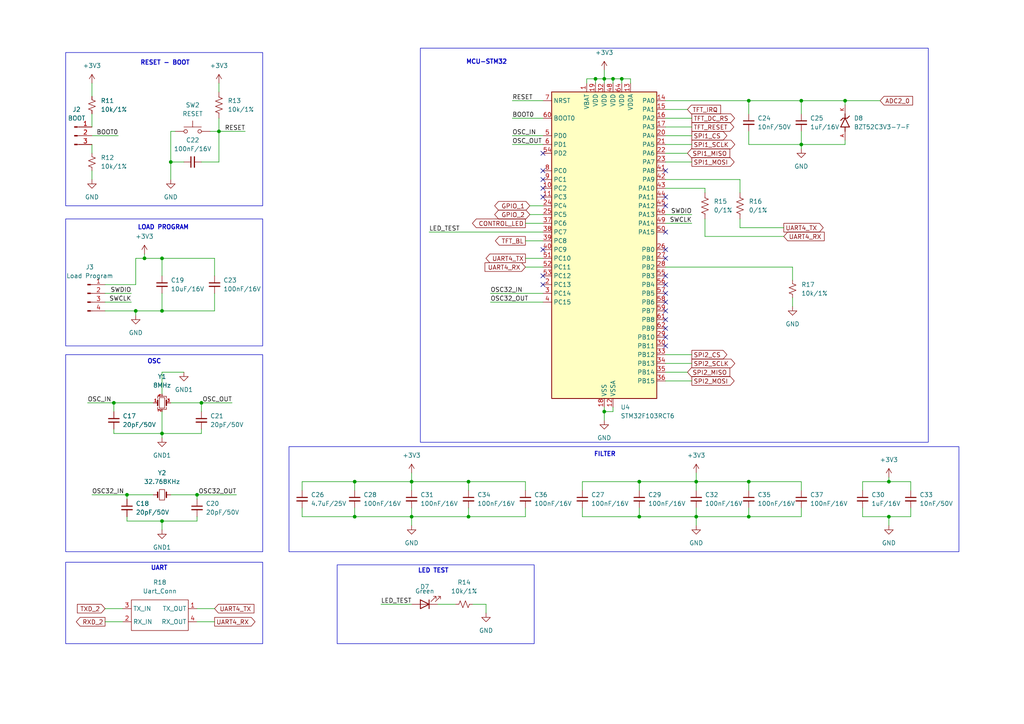
<source format=kicad_sch>
(kicad_sch (version 20231120) (generator "eeschema") (generator_version "8.0")
  (paper "A4")
  (title_block (title "STM32") (date "2024-03-08"))
  (lib_symbols
    (symbol "BZT52C3V3-7-F:BZT52C3V3-7-F" (pin_names (offset 1.016))
      (property "Reference" "D" (at -5.08 2.54 0))
      (property "Value" "BZT52C3V3-7-F" (at -5.08 -3.81 0))
      (symbol "BZT52C3V3-7-F_0_0"
        (polyline (pts (xy -2.54 0) (xy -1.27 0)) (stroke (width 0.254)))
        (polyline (pts (xy -1.27 -1.27) (xy 1.27 0)) (stroke (width 0.254)))
        (polyline (pts (xy -1.27 0) (xy -1.27 -1.27)) (stroke (width 0.254)))
        (polyline (pts (xy -1.27 1.27) (xy -1.27 0)) (stroke (width 0.254)))
        (polyline (pts (xy 0.635 1.27) (xy 1.27 0.635)) (stroke (width 0.254)))
        (polyline (pts (xy 1.27 -0.635) (xy 1.905 -1.27)) (stroke (width 0.254)))
        (polyline (pts (xy 1.27 0) (xy -1.27 1.27)) (stroke (width 0.254)))
        (polyline (pts (xy 1.27 0) (xy 1.27 -0.635)) (stroke (width 0.254)))
        (polyline (pts (xy 1.27 0.635) (xy 1.27 0)) (stroke (width 0.254)))
        (polyline (pts (xy 2.54 0) (xy 1.27 0)) (stroke (width 0.254)))
        (pin passive line (at -5.08 0 0) (length 2.54) (name "~") (number "A"))
        (pin passive line (at 5.08 0 180) (length 2.54) (name "~") (number "K"))
      )
    )
    (symbol "Connector:Conn_01x03_Pin" (pin_names (offset 1.016) hide)
      (property "Reference" "J" (at 0 5.08 0))
      (property "Value" "Conn_01x03_Pin" (at 0 -5.08 0))
      (symbol "Conn_01x03_Pin_1_1"
        (polyline (pts (xy 1.27 -2.54) (xy 0.8636 -2.54)) (stroke (width 0.1524)))
        (polyline (pts (xy 1.27 0) (xy 0.8636 0)) (stroke (width 0.1524)))
        (polyline (pts (xy 1.27 2.54) (xy 0.8636 2.54)) (stroke (width 0.1524)))
        (rectangle (start 0.8636 -2.413) (end 0 -2.667) (stroke (width 0.1524)) (fill (type outline)))
        (rectangle (start 0.8636 0.127) (end 0 -0.127) (stroke (width 0.1524)) (fill (type outline)))
        (rectangle (start 0.8636 2.667) (end 0 2.413) (stroke (width 0.1524)) (fill (type outline)))
        (pin passive line (at 5.08 2.54 180) (length 3.81) (name "Pin_1") (number "1"))
        (pin passive line (at 5.08 0 180) (length 3.81) (name "Pin_2") (number "2"))
        (pin passive line (at 5.08 -2.54 180) (length 3.81) (name "Pin_3") (number "3"))
      )
    )
    (symbol "Connector:Conn_01x04_Pin" (pin_names (offset 1.016) hide)
      (property "Reference" "J" (at 0 5.08 0))
      (property "Value" "Conn_01x04_Pin" (at 0 -7.62 0))
      (symbol "Conn_01x04_Pin_1_1"
        (polyline (pts (xy 1.27 -5.08) (xy 0.8636 -5.08)) (stroke (width 0.1524)))
        (polyline (pts (xy 1.27 -2.54) (xy 0.8636 -2.54)) (stroke (width 0.1524)))
        (polyline (pts (xy 1.27 0) (xy 0.8636 0)) (stroke (width 0.1524)))
        (polyline (pts (xy 1.27 2.54) (xy 0.8636 2.54)) (stroke (width 0.1524)))
        (rectangle (start 0.8636 -4.953) (end 0 -5.207) (stroke (width 0.1524)) (fill (type outline)))
        (rectangle (start 0.8636 -2.413) (end 0 -2.667) (stroke (width 0.1524)) (fill (type outline)))
        (rectangle (start 0.8636 0.127) (end 0 -0.127) (stroke (width 0.1524)) (fill (type outline)))
        (rectangle (start 0.8636 2.667) (end 0 2.413) (stroke (width 0.1524)) (fill (type outline)))
        (pin passive line (at 5.08 2.54 180) (length 3.81) (name "Pin_1") (number "1"))
        (pin passive line (at 5.08 0 180) (length 3.81) (name "Pin_2") (number "2"))
        (pin passive line (at 5.08 -2.54 180) (length 3.81) (name "Pin_3") (number "3"))
        (pin passive line (at 5.08 -5.08 180) (length 3.81) (name "Pin_4") (number "4"))
      )
    )
    (symbol "Device:C_Small" (pin_numbers hide) (pin_names (offset 0.254) hide)
      (property "Reference" "C" (at 0.254 1.778 0))
      (property "Value" "C_Small" (at 0.254 -2.032 0))
      (symbol "C_Small_0_1"
        (polyline (pts (xy -1.524 -0.508) (xy 1.524 -0.508)) (stroke (width 0.3302)))
        (polyline (pts (xy -1.524 0.508) (xy 1.524 0.508)) (stroke (width 0.3048)))
      )
      (symbol "C_Small_1_1"
        (pin passive line (at 0 2.54 270) (length 2.032) (name "~") (number "1"))
        (pin passive line (at 0 -2.54 90) (length 2.032) (name "~") (number "2"))
      )
    )
    (symbol "Device:Crystal_GND24_Small" (pin_names (offset 1.016) hide)
      (property "Reference" "Y" (at 1.27 4.445 0))
      (property "Value" "Crystal_GND24_Small" (at 1.27 2.54 0))
      (symbol "Crystal_GND24_Small_0_1"
        (rectangle (start -0.762 -1.524) (end 0.762 1.524))
        (polyline (pts (xy -1.27 -0.762) (xy -1.27 0.762)) (stroke (width 0.381)))
        (polyline (pts (xy 1.27 -0.762) (xy 1.27 0.762)) (stroke (width 0.381)))
        (polyline (pts (xy -1.27 -1.27) (xy -1.27 -1.905) (xy 1.27 -1.905) (xy 1.27 -1.27)))
        (polyline (pts (xy -1.27 1.27) (xy -1.27 1.905) (xy 1.27 1.905) (xy 1.27 1.27)))
      )
      (symbol "Crystal_GND24_Small_1_1"
        (pin passive line (at -2.54 0 0) (length 1.27) (name "1") (number "1"))
        (pin passive line (at 0 -2.54 90) (length 0.635) (name "2") (number "2"))
        (pin passive line (at 2.54 0 180) (length 1.27) (name "3") (number "3"))
        (pin passive line (at 0 2.54 270) (length 0.635) (name "4") (number "4"))
      )
    )
    (symbol "Device:Crystal_Small" (pin_numbers hide) (pin_names (offset 1.016) hide)
      (property "Reference" "Y" (at 0 2.54 0))
      (property "Value" "Crystal_Small" (at 0 -2.54 0))
      (symbol "Crystal_Small_0_1"
        (rectangle (start -0.762 -1.524) (end 0.762 1.524))
        (polyline (pts (xy -1.27 -0.762) (xy -1.27 0.762)) (stroke (width 0.381)))
        (polyline (pts (xy 1.27 -0.762) (xy 1.27 0.762)) (stroke (width 0.381)))
      )
      (symbol "Crystal_Small_1_1"
        (pin passive line (at -2.54 0 0) (length 1.27) (name "1") (number "1"))
        (pin passive line (at 2.54 0 180) (length 1.27) (name "2") (number "2"))
      )
    )
    (symbol "Device:LED" (pin_numbers hide) (pin_names (offset 1.016) hide)
      (property "Reference" "D" (at 0 2.54 0))
      (property "Value" "LED" (at 0 -2.54 0))
      (symbol "LED_0_1"
        (polyline (pts (xy -1.27 -1.27) (xy -1.27 1.27)) (stroke (width 0.254)))
        (polyline (pts (xy -1.27 0) (xy 1.27 0)))
        (polyline (pts (xy 1.27 -1.27) (xy 1.27 1.27) (xy -1.27 0) (xy 1.27 -1.27)) (stroke (width 0.254)))
        (polyline (pts (xy -3.048 -0.762) (xy -4.572 -2.286) (xy -3.81 -2.286) (xy -4.572 -2.286) (xy -4.572 -1.524)))
        (polyline (pts (xy -1.778 -0.762) (xy -3.302 -2.286) (xy -2.54 -2.286) (xy -3.302 -2.286) (xy -3.302 -1.524)))
      )
      (symbol "LED_1_1"
        (pin passive line (at -3.81 0 0) (length 2.54) (name "K") (number "1"))
        (pin passive line (at 3.81 0 180) (length 2.54) (name "A") (number "2"))
      )
    )
    (symbol "Device:R_Small_US" (pin_numbers hide) (pin_names (offset 0.254) hide)
      (property "Reference" "R" (at 0.762 0.508 0))
      (property "Value" "R_Small_US" (at 0.762 -1.016 0))
      (symbol "R_Small_US_1_1"
        (polyline (pts (xy 0 0) (xy 1.016 -0.381) (xy 0 -0.762) (xy -1.016 -1.143) (xy 0 -1.524)))
        (polyline (pts (xy 0 1.524) (xy 1.016 1.143) (xy 0 0.762) (xy -1.016 0.381) (xy 0 0)))
        (pin passive line (at 0 2.54 270) (length 1.016) (name "~") (number "1"))
        (pin passive line (at 0 -2.54 90) (length 1.016) (name "~") (number "2"))
      )
    )
    (symbol "Device:R_US" (pin_numbers hide) (pin_names (offset 0))
      (property "Reference" "R" (at 2.54 0 90))
      (property "Value" "R_US" (at -2.54 0 90))
      (symbol "R_US_0_1"
        (polyline (pts (xy 0 -2.286) (xy 0 -2.54)))
        (polyline (pts (xy 0 2.286) (xy 0 2.54)))
        (polyline (pts (xy 0 -0.762) (xy 1.016 -1.143) (xy 0 -1.524) (xy -1.016 -1.905) (xy 0 -2.286)))
        (polyline (pts (xy 0 0.762) (xy 1.016 0.381) (xy 0 0) (xy -1.016 -0.381) (xy 0 -0.762)))
        (polyline (pts (xy 0 2.286) (xy 1.016 1.905) (xy 0 1.524) (xy -1.016 1.143) (xy 0 0.762)))
      )
      (symbol "R_US_1_1"
        (pin passive line (at 0 3.81 270) (length 1.27) (name "~") (number "1"))
        (pin passive line (at 0 -3.81 90) (length 1.27) (name "~") (number "2"))
      )
    )
    (symbol "MCU_ST_STM32F1:STM32F103RCTx"
      (property "Reference" "U" (at -15.24 46.99 0))
      (property "Value" "STM32F103RCTx" (at 10.16 46.99 0))
      (symbol "STM32F103RCTx_0_1"
        (rectangle (start -15.24 -43.18) (end 15.24 45.72) (stroke (width 0.254)) (fill (type background)))
      )
      (symbol "STM32F103RCTx_1_1"
        (pin power_in line (at -5.08 48.26 270) (length 2.54) (name "VBAT") (number "1"))
        (pin bidirectional line (at -17.78 17.78 0) (length 2.54) (name "PC2") (number "10"))
        (pin bidirectional line (at -17.78 15.24 0) (length 2.54) (name "PC3") (number "11"))
        (pin power_in line (at 2.54 -45.72 90) (length 2.54) (name "VSSA") (number "12"))
        (pin power_in line (at 7.62 48.26 270) (length 2.54) (name "VDDA") (number "13"))
        (pin bidirectional line (at 17.78 43.18 180) (length 2.54) (name "PA0") (number "14"))
        (pin bidirectional line (at 17.78 40.64 180) (length 2.54) (name "PA1") (number "15"))
        (pin bidirectional line (at 17.78 38.1 180) (length 2.54) (name "PA2") (number "16"))
        (pin bidirectional line (at 17.78 35.56 180) (length 2.54) (name "PA3") (number "17"))
        (pin power_in line (at 0 -45.72 90) (length 2.54) (name "VSS") (number "18"))
        (pin power_in line (at -2.54 48.26 270) (length 2.54) (name "VDD") (number "19"))
        (pin bidirectional line (at -17.78 -10.16 0) (length 2.54) (name "PC13") (number "2"))
        (pin bidirectional line (at 17.78 33.02 180) (length 2.54) (name "PA4") (number "20"))
        (pin bidirectional line (at 17.78 30.48 180) (length 2.54) (name "PA5") (number "21"))
        (pin bidirectional line (at 17.78 27.94 180) (length 2.54) (name "PA6") (number "22"))
        (pin bidirectional line (at 17.78 25.4 180) (length 2.54) (name "PA7") (number "23"))
        (pin bidirectional line (at -17.78 12.7 0) (length 2.54) (name "PC4") (number "24"))
        (pin bidirectional line (at -17.78 10.16 0) (length 2.54) (name "PC5") (number "25"))
        (pin bidirectional line (at 17.78 0 180) (length 2.54) (name "PB0") (number "26"))
        (pin bidirectional line (at 17.78 -2.54 180) (length 2.54) (name "PB1") (number "27"))
        (pin bidirectional line (at 17.78 -5.08 180) (length 2.54) (name "PB2") (number "28"))
        (pin bidirectional line (at 17.78 -25.4 180) (length 2.54) (name "PB10") (number "29"))
        (pin bidirectional line (at -17.78 -12.7 0) (length 2.54) (name "PC14") (number "3"))
        (pin bidirectional line (at 17.78 -27.94 180) (length 2.54) (name "PB11") (number "30"))
        (pin passive line (at 0 -45.72 90) (length 2.54) hide (name "VSS") (number "31"))
        (pin power_in line (at 0 48.26 270) (length 2.54) (name "VDD") (number "32"))
        (pin bidirectional line (at 17.78 -30.48 180) (length 2.54) (name "PB12") (number "33"))
        (pin bidirectional line (at 17.78 -33.02 180) (length 2.54) (name "PB13") (number "34"))
        (pin bidirectional line (at 17.78 -35.56 180) (length 2.54) (name "PB14") (number "35"))
        (pin bidirectional line (at 17.78 -38.1 180) (length 2.54) (name "PB15") (number "36"))
        (pin bidirectional line (at -17.78 7.62 0) (length 2.54) (name "PC6") (number "37"))
        (pin bidirectional line (at -17.78 5.08 0) (length 2.54) (name "PC7") (number "38"))
        (pin bidirectional line (at -17.78 2.54 0) (length 2.54) (name "PC8") (number "39"))
        (pin bidirectional line (at -17.78 -15.24 0) (length 2.54) (name "PC15") (number "4"))
        (pin bidirectional line (at -17.78 0 0) (length 2.54) (name "PC9") (number "40"))
        (pin bidirectional line (at 17.78 22.86 180) (length 2.54) (name "PA8") (number "41"))
        (pin bidirectional line (at 17.78 20.32 180) (length 2.54) (name "PA9") (number "42"))
        (pin bidirectional line (at 17.78 17.78 180) (length 2.54) (name "PA10") (number "43"))
        (pin bidirectional line (at 17.78 15.24 180) (length 2.54) (name "PA11") (number "44"))
        (pin bidirectional line (at 17.78 12.7 180) (length 2.54) (name "PA12") (number "45"))
        (pin bidirectional line (at 17.78 10.16 180) (length 2.54) (name "PA13") (number "46"))
        (pin passive line (at 0 -45.72 90) (length 2.54) hide (name "VSS") (number "47"))
        (pin power_in line (at 2.54 48.26 270) (length 2.54) (name "VDD") (number "48"))
        (pin bidirectional line (at 17.78 7.62 180) (length 2.54) (name "PA14") (number "49"))
        (pin bidirectional line (at -17.78 33.02 0) (length 2.54) (name "PD0") (number "5"))
        (pin bidirectional line (at 17.78 5.08 180) (length 2.54) (name "PA15") (number "50"))
        (pin bidirectional line (at -17.78 -2.54 0) (length 2.54) (name "PC10") (number "51"))
        (pin bidirectional line (at -17.78 -5.08 0) (length 2.54) (name "PC11") (number "52"))
        (pin bidirectional line (at -17.78 -7.62 0) (length 2.54) (name "PC12") (number "53"))
        (pin bidirectional line (at -17.78 27.94 0) (length 2.54) (name "PD2") (number "54"))
        (pin bidirectional line (at 17.78 -7.62 180) (length 2.54) (name "PB3") (number "55"))
        (pin bidirectional line (at 17.78 -10.16 180) (length 2.54) (name "PB4") (number "56"))
        (pin bidirectional line (at 17.78 -12.7 180) (length 2.54) (name "PB5") (number "57"))
        (pin bidirectional line (at 17.78 -15.24 180) (length 2.54) (name "PB6") (number "58"))
        (pin bidirectional line (at 17.78 -17.78 180) (length 2.54) (name "PB7") (number "59"))
        (pin bidirectional line (at -17.78 30.48 0) (length 2.54) (name "PD1") (number "6"))
        (pin input line (at -17.78 38.1 0) (length 2.54) (name "BOOT0") (number "60"))
        (pin bidirectional line (at 17.78 -20.32 180) (length 2.54) (name "PB8") (number "61"))
        (pin bidirectional line (at 17.78 -22.86 180) (length 2.54) (name "PB9") (number "62"))
        (pin passive line (at 0 -45.72 90) (length 2.54) hide (name "VSS") (number "63"))
        (pin power_in line (at 5.08 48.26 270) (length 2.54) (name "VDD") (number "64"))
        (pin input line (at -17.78 43.18 0) (length 2.54) (name "NRST") (number "7"))
        (pin bidirectional line (at -17.78 22.86 0) (length 2.54) (name "PC0") (number "8"))
        (pin bidirectional line (at -17.78 20.32 0) (length 2.54) (name "PC1") (number "9"))
      )
    )
    (symbol "Switch:SW_Push" (pin_numbers hide) (pin_names (offset 1.016) hide)
      (property "Reference" "SW" (at 1.27 2.54 0))
      (property "Value" "SW_Push" (at 0 -1.524 0))
      (symbol "SW_Push_0_1"
        (circle (center -2.032 0) (radius 0.508))
        (polyline (pts (xy 0 1.27) (xy 0 3.048)))
        (polyline (pts (xy 2.54 1.27) (xy -2.54 1.27)))
        (circle (center 2.032 0) (radius 0.508))
        (pin passive line (at -5.08 0 0) (length 2.54) (name "1") (number "1"))
        (pin passive line (at 5.08 0 180) (length 2.54) (name "2") (number "2"))
      )
    )
    (symbol "power:+3V3" (power) (pin_names (offset 0))
      (property "Value" "+3V3" (at 0 3.556 0))
      (symbol "+3V3_0_1"
        (polyline (pts (xy -0.762 1.27) (xy 0 2.54)))
        (polyline (pts (xy 0 0) (xy 0 2.54)))
        (polyline (pts (xy 0 2.54) (xy 0.762 1.27)))
      )
      (symbol "+3V3_1_1"
        (pin power_in line (at 0 0 90) (length 0) hide (name "+3V3") (number "1"))
      )
    )
    (symbol "power:GND" (power) (pin_names (offset 0))
      (property "Value" "GND" (at 0 -3.81 0))
      (symbol "GND_0_1"
        (polyline (pts (xy 0 0) (xy 0 -1.27) (xy 1.27 -1.27) (xy 0 -2.54) (xy -1.27 -1.27) (xy 0 -1.27)))
      )
      (symbol "GND_1_1"
        (pin power_in line (at 0 0 270) (length 0) hide (name "GND") (number "1"))
      )
    )
    (symbol "power:GND1" (power) (pin_names (offset 0))
      (property "Value" "GND1" (at 0 -3.81 0))
      (symbol "GND1_0_1"
        (polyline (pts (xy 0 0) (xy 0 -1.27) (xy 1.27 -1.27) (xy 0 -2.54) (xy -1.27 -1.27) (xy 0 -1.27)))
      )
      (symbol "GND1_1_1"
        (pin power_in line (at 0 0 270) (length 0) hide (name "GND1") (number "1"))
      )
    )
    (symbol "uart:uart_conn"
      (property "Reference" "R" (at 0 0 0))
      (property "Value" "Uart_Conn" (at 12.7 -12.7 0))
      (symbol "uart_conn_0_1"
        (rectangle (start 0 -2.54) (end 16.51 -11.43))
      )
      (symbol "uart_conn_1_1"
        (pin input line (at 19.05 -5.08 180) (length 2.54) (name "TX_OUT") (number "1"))
        (pin output line (at -2.54 -8.89 0) (length 2.54) (name "RX_IN") (number "2"))
        (pin input line (at -2.54 -5.08 0) (length 2.54) (name "TX_IN") (number "3"))
        (pin output line (at 19.05 -8.89 180) (length 2.54) (name "RX_OUT") (number "4"))
      )
    )
  )
  (junction (at 217.17 139.7))
  (junction (at 232.41 41.91))
  (junction (at 58.42 116.84))
  (junction (at 39.37 90.17))
  (junction (at 185.42 139.7))
  (junction (at 180.34 22.86))
  (junction (at 232.41 29.21))
  (junction (at 245.11 29.21))
  (junction (at 175.26 22.86))
  (junction (at 46.99 125.73))
  (junction (at 217.17 29.21))
  (junction (at 46.99 151.13))
  (junction (at 63.5 38.1))
  (junction (at 201.93 149.86))
  (junction (at 177.8 22.86))
  (junction (at 201.93 139.7))
  (junction (at 36.83 143.51))
  (junction (at 119.38 149.86))
  (junction (at 49.53 46.99))
  (junction (at 102.87 149.86))
  (junction (at 257.81 139.7))
  (junction (at 33.02 116.84))
  (junction (at 175.26 119.38))
  (junction (at 41.91 74.93))
  (junction (at 135.89 139.7))
  (junction (at 102.87 139.7))
  (junction (at 57.15 143.51))
  (junction (at 217.17 149.86))
  (junction (at 46.99 90.17))
  (junction (at 46.99 74.93))
  (junction (at 185.42 149.86))
  (junction (at 172.72 22.86))
  (junction (at 257.81 149.86))
  (junction (at 119.38 139.7))
  (junction (at 135.89 149.86))
  (no_connect (at 193.04 92.71))
  (no_connect (at 193.04 74.93))
  (no_connect (at 193.04 100.33))
  (no_connect (at 193.04 67.31))
  (no_connect (at 193.04 80.01))
  (no_connect (at 193.04 82.55))
  (no_connect (at 157.48 52.07))
  (no_connect (at 193.04 49.53))
  (no_connect (at 193.04 57.15))
  (no_connect (at 193.04 90.17))
  (no_connect (at 157.48 54.61))
  (no_connect (at 157.48 57.15))
  (no_connect (at 157.48 72.39))
  (no_connect (at 157.48 82.55))
  (no_connect (at 193.04 85.09))
  (no_connect (at 157.48 49.53))
  (no_connect (at 193.04 72.39))
  (no_connect (at 157.48 80.01))
  (no_connect (at 193.04 59.69))
  (no_connect (at 193.04 87.63))
  (no_connect (at 193.04 95.25))
  (no_connect (at 193.04 97.79))
  (no_connect (at 157.48 44.45))
  (wire (pts (xy 58.42 116.84) (xy 58.42 119.38)))
  (wire (pts (xy 217.17 41.91) (xy 232.41 41.91)))
  (wire (pts (xy 199.39 31.75) (xy 193.04 31.75)))
  (wire (pts (xy 152.4 149.86) (xy 152.4 147.32)))
  (wire (pts (xy 30.48 85.09) (xy 38.1 85.09)))
  (wire (pts (xy 46.99 151.13) (xy 46.99 153.67)))
  (wire (pts (xy 200.66 102.87) (xy 193.04 102.87)))
  (wire (pts (xy 33.02 124.46) (xy 33.02 125.73)))
  (wire (pts (xy 39.37 74.93) (xy 41.91 74.93)))
  (wire (pts (xy 217.17 29.21) (xy 217.17 33.02)))
  (wire (pts (xy 148.59 39.37) (xy 157.48 39.37)))
  (wire (pts (xy 49.53 143.51) (xy 57.15 143.51)))
  (wire (pts (xy 57.15 143.51) (xy 57.15 144.78)))
  (wire (pts (xy 175.26 22.86) (xy 175.26 24.13)))
  (wire (pts (xy 41.91 74.93) (xy 46.99 74.93)))
  (wire (pts (xy 58.42 125.73) (xy 46.99 125.73)))
  (wire (pts (xy 152.4 64.77) (xy 157.48 64.77)))
  (wire (pts (xy 193.04 29.21) (xy 217.17 29.21)))
  (wire (pts (xy 193.04 52.07) (xy 214.63 52.07)))
  (wire (pts (xy 63.5 46.99) (xy 63.5 38.1)))
  (wire (pts (xy 57.15 151.13) (xy 57.15 149.86)))
  (wire (pts (xy 157.48 62.23) (xy 153.67 62.23)))
  (wire (pts (xy 36.83 144.78) (xy 36.83 143.51)))
  (wire (pts (xy 26.67 49.53) (xy 26.67 52.07)))
  (wire (pts (xy 172.72 22.86) (xy 172.72 24.13)))
  (wire (pts (xy 257.81 138.43) (xy 257.81 139.7)))
  (wire (pts (xy 119.38 149.86) (xy 135.89 149.86)))
  (wire (pts (xy 142.24 85.09) (xy 157.48 85.09)))
  (wire (pts (xy 119.38 137.16) (xy 119.38 139.7)))
  (wire (pts (xy 217.17 147.32) (xy 217.17 149.86)))
  (wire (pts (xy 63.5 38.1) (xy 71.12 38.1)))
  (wire (pts (xy 119.38 147.32) (xy 119.38 149.86)))
  (wire (pts (xy 182.88 22.86) (xy 182.88 24.13)))
  (wire (pts (xy 36.83 143.51) (xy 44.45 143.51)))
  (wire (pts (xy 62.23 176.53) (xy 57.15 176.53)))
  (wire (pts (xy 232.41 139.7) (xy 232.41 142.24)))
  (wire (pts (xy 62.23 180.34) (xy 57.15 180.34)))
  (wire (pts (xy 232.41 29.21) (xy 245.11 29.21)))
  (wire (pts (xy 58.42 124.46) (xy 58.42 125.73)))
  (wire (pts (xy 232.41 149.86) (xy 232.41 147.32)))
  (wire (pts (xy 26.67 41.91) (xy 26.67 44.45)))
  (wire (pts (xy 49.53 46.99) (xy 49.53 38.1)))
  (wire (pts (xy 168.91 149.86) (xy 185.42 149.86)))
  (wire (pts (xy 102.87 149.86) (xy 119.38 149.86)))
  (wire (pts (xy 217.17 38.1) (xy 217.17 41.91)))
  (wire (pts (xy 87.63 142.24) (xy 87.63 139.7)))
  (wire (pts (xy 257.81 149.86) (xy 257.81 152.4)))
  (wire (pts (xy 217.17 149.86) (xy 232.41 149.86)))
  (wire (pts (xy 214.63 66.04) (xy 227.33 66.04)))
  (wire (pts (xy 46.99 114.3) (xy 46.99 107.95)))
  (wire (pts (xy 204.47 55.88) (xy 204.47 54.61)))
  (wire (pts (xy 199.39 107.95) (xy 193.04 107.95)))
  (wire (pts (xy 152.4 139.7) (xy 152.4 142.24)))
  (wire (pts (xy 135.89 149.86) (xy 152.4 149.86)))
  (wire (pts (xy 185.42 149.86) (xy 201.93 149.86)))
  (wire (pts (xy 87.63 139.7) (xy 102.87 139.7)))
  (wire (pts (xy 119.38 139.7) (xy 119.38 142.24)))
  (wire (pts (xy 200.66 39.37) (xy 193.04 39.37)))
  (wire (pts (xy 63.5 34.29) (xy 63.5 38.1)))
  (wire (pts (xy 200.66 46.99) (xy 193.04 46.99)))
  (wire (pts (xy 63.5 24.13) (xy 63.5 26.67)))
  (wire (pts (xy 200.66 110.49) (xy 193.04 110.49)))
  (wire (pts (xy 201.93 149.86) (xy 201.93 152.4)))
  (wire (pts (xy 170.18 22.86) (xy 172.72 22.86)))
  (wire (pts (xy 200.66 64.77) (xy 193.04 64.77)))
  (wire (pts (xy 46.99 107.95) (xy 53.34 107.95)))
  (wire (pts (xy 148.59 34.29) (xy 157.48 34.29)))
  (wire (pts (xy 168.91 147.32) (xy 168.91 149.86)))
  (wire (pts (xy 102.87 139.7) (xy 119.38 139.7)))
  (wire (pts (xy 135.89 139.7) (xy 135.89 142.24)))
  (wire (pts (xy 217.17 139.7) (xy 232.41 139.7)))
  (wire (pts (xy 204.47 63.5) (xy 204.47 68.58)))
  (wire (pts (xy 49.53 38.1) (xy 50.8 38.1)))
  (wire (pts (xy 245.11 41.91) (xy 245.11 40.64)))
  (wire (pts (xy 257.81 149.86) (xy 264.16 149.86)))
  (wire (pts (xy 245.11 29.21) (xy 255.27 29.21)))
  (wire (pts (xy 201.93 139.7) (xy 217.17 139.7)))
  (wire (pts (xy 175.26 20.32) (xy 175.26 22.86)))
  (wire (pts (xy 157.48 29.21) (xy 148.59 29.21)))
  (wire (pts (xy 232.41 29.21) (xy 232.41 33.02)))
  (wire (pts (xy 152.4 77.47) (xy 157.48 77.47)))
  (wire (pts (xy 127 175.26) (xy 132.08 175.26)))
  (wire (pts (xy 30.48 180.34) (xy 35.56 180.34)))
  (wire (pts (xy 232.41 43.18) (xy 232.41 41.91)))
  (wire (pts (xy 257.81 149.86) (xy 250.19 149.86)))
  (wire (pts (xy 39.37 82.55) (xy 30.48 82.55)))
  (wire (pts (xy 49.53 116.84) (xy 58.42 116.84)))
  (wire (pts (xy 180.34 22.86) (xy 180.34 24.13)))
  (wire (pts (xy 170.18 24.13) (xy 170.18 22.86)))
  (wire (pts (xy 49.53 52.07) (xy 49.53 46.99)))
  (wire (pts (xy 201.93 147.32) (xy 201.93 149.86)))
  (wire (pts (xy 33.02 116.84) (xy 44.45 116.84)))
  (wire (pts (xy 245.11 29.21) (xy 245.11 30.48)))
  (wire (pts (xy 264.16 139.7) (xy 264.16 142.24)))
  (wire (pts (xy 185.42 147.32) (xy 185.42 149.86)))
  (wire (pts (xy 177.8 22.86) (xy 180.34 22.86)))
  (wire (pts (xy 200.66 34.29) (xy 193.04 34.29)))
  (wire (pts (xy 152.4 69.85) (xy 157.48 69.85)))
  (wire (pts (xy 185.42 139.7) (xy 185.42 142.24)))
  (wire (pts (xy 68.58 143.51) (xy 57.15 143.51)))
  (wire (pts (xy 152.4 74.93) (xy 157.48 74.93)))
  (wire (pts (xy 168.91 139.7) (xy 185.42 139.7)))
  (wire (pts (xy 62.23 90.17) (xy 46.99 90.17)))
  (wire (pts (xy 177.8 118.11) (xy 177.8 119.38)))
  (wire (pts (xy 62.23 80.01) (xy 62.23 74.93)))
  (wire (pts (xy 204.47 68.58) (xy 227.33 68.58)))
  (wire (pts (xy 26.67 39.37) (xy 34.29 39.37)))
  (wire (pts (xy 41.91 73.66) (xy 41.91 74.93)))
  (wire (pts (xy 264.16 147.32) (xy 264.16 149.86)))
  (wire (pts (xy 87.63 147.32) (xy 87.63 149.86)))
  (wire (pts (xy 214.63 52.07) (xy 214.63 55.88)))
  (wire (pts (xy 193.04 54.61) (xy 204.47 54.61)))
  (wire (pts (xy 250.19 139.7) (xy 257.81 139.7)))
  (wire (pts (xy 46.99 151.13) (xy 57.15 151.13)))
  (wire (pts (xy 217.17 29.21) (xy 232.41 29.21)))
  (wire (pts (xy 250.19 142.24) (xy 250.19 139.7)))
  (wire (pts (xy 175.26 119.38) (xy 175.26 121.92)))
  (wire (pts (xy 135.89 139.7) (xy 152.4 139.7)))
  (wire (pts (xy 214.63 63.5) (xy 214.63 66.04)))
  (wire (pts (xy 39.37 91.44) (xy 39.37 90.17)))
  (wire (pts (xy 200.66 62.23) (xy 193.04 62.23)))
  (wire (pts (xy 60.96 38.1) (xy 63.5 38.1)))
  (wire (pts (xy 67.31 116.84) (xy 58.42 116.84)))
  (wire (pts (xy 135.89 147.32) (xy 135.89 149.86)))
  (wire (pts (xy 30.48 87.63) (xy 38.1 87.63)))
  (wire (pts (xy 217.17 139.7) (xy 217.17 142.24)))
  (wire (pts (xy 110.49 175.26) (xy 119.38 175.26)))
  (wire (pts (xy 46.99 74.93) (xy 62.23 74.93)))
  (wire (pts (xy 33.02 125.73) (xy 46.99 125.73)))
  (wire (pts (xy 36.83 149.86) (xy 36.83 151.13)))
  (wire (pts (xy 46.99 125.73) (xy 46.99 127)))
  (wire (pts (xy 26.67 143.51) (xy 36.83 143.51)))
  (wire (pts (xy 39.37 90.17) (xy 46.99 90.17)))
  (wire (pts (xy 142.24 87.63) (xy 157.48 87.63)))
  (wire (pts (xy 36.83 151.13) (xy 46.99 151.13)))
  (wire (pts (xy 124.46 67.31) (xy 157.48 67.31)))
  (wire (pts (xy 175.26 119.38) (xy 175.26 118.11)))
  (wire (pts (xy 229.87 86.36) (xy 229.87 88.9)))
  (wire (pts (xy 102.87 147.32) (xy 102.87 149.86)))
  (wire (pts (xy 46.99 119.38) (xy 46.99 125.73)))
  (wire (pts (xy 201.93 149.86) (xy 217.17 149.86)))
  (wire (pts (xy 257.81 139.7) (xy 264.16 139.7)))
  (wire (pts (xy 229.87 77.47) (xy 193.04 77.47)))
  (wire (pts (xy 102.87 139.7) (xy 102.87 142.24)))
  (wire (pts (xy 168.91 142.24) (xy 168.91 139.7)))
  (wire (pts (xy 177.8 119.38) (xy 175.26 119.38)))
  (wire (pts (xy 26.67 33.02) (xy 26.67 36.83)))
  (wire (pts (xy 199.39 44.45) (xy 193.04 44.45)))
  (wire (pts (xy 229.87 81.28) (xy 229.87 77.47)))
  (wire (pts (xy 46.99 85.09) (xy 46.99 90.17)))
  (wire (pts (xy 232.41 41.91) (xy 245.11 41.91)))
  (wire (pts (xy 185.42 139.7) (xy 201.93 139.7)))
  (wire (pts (xy 119.38 149.86) (xy 119.38 152.4)))
  (wire (pts (xy 200.66 41.91) (xy 193.04 41.91)))
  (wire (pts (xy 201.93 139.7) (xy 201.93 142.24)))
  (wire (pts (xy 137.16 175.26) (xy 140.97 175.26)))
  (wire (pts (xy 250.19 149.86) (xy 250.19 147.32)))
  (wire (pts (xy 232.41 38.1) (xy 232.41 41.91)))
  (wire (pts (xy 62.23 85.09) (xy 62.23 90.17)))
  (wire (pts (xy 30.48 90.17) (xy 39.37 90.17)))
  (wire (pts (xy 200.66 105.41) (xy 193.04 105.41)))
  (wire (pts (xy 30.48 176.53) (xy 35.56 176.53)))
  (wire (pts (xy 201.93 137.16) (xy 201.93 139.7)))
  (wire (pts (xy 39.37 74.93) (xy 39.37 82.55)))
  (wire (pts (xy 172.72 22.86) (xy 175.26 22.86)))
  (wire (pts (xy 58.42 46.99) (xy 63.5 46.99)))
  (wire (pts (xy 87.63 149.86) (xy 102.87 149.86)))
  (wire (pts (xy 26.67 24.13) (xy 26.67 27.94)))
  (wire (pts (xy 49.53 46.99) (xy 53.34 46.99)))
  (wire (pts (xy 148.59 41.91) (xy 157.48 41.91)))
  (wire (pts (xy 119.38 139.7) (xy 135.89 139.7)))
  (wire (pts (xy 180.34 22.86) (xy 182.88 22.86)))
  (wire (pts (xy 153.67 59.69) (xy 157.48 59.69)))
  (wire (pts (xy 33.02 119.38) (xy 33.02 116.84)))
  (wire (pts (xy 140.97 175.26) (xy 140.97 177.8)))
  (wire (pts (xy 177.8 22.86) (xy 177.8 24.13)))
  (wire (pts (xy 46.99 80.01) (xy 46.99 74.93)))
  (wire (pts (xy 200.66 36.83) (xy 193.04 36.83)))
  (wire (pts (xy 175.26 22.86) (xy 177.8 22.86)))
  (wire (pts (xy 25.4 116.84) (xy 33.02 116.84)))
  (rectangle (start 19.05 15.24) (end 76.2 59.69))
  (rectangle (start 19.05 102.87) (end 76.2 160.02))
  (rectangle (start 97.79 163.83) (end 154.94 186.69))
  (rectangle (start 121.92 13.97) (end 269.24 128.27))
  (rectangle (start 19.05 63.5) (end 76.2 100.33))
  (rectangle (start 83.82 129.54) (end 278.13 160.02))
  (rectangle (start 19.05 163.068) (end 76.2 186.69))
  (text "UART" (at 43.688 165.608 0) (effects (font (size 1.27 1.27) (thickness 0.254) (bold yes)) (justify left bottom)))
  (text "MCU-STM32" (at 135.128 18.796 0) (effects (font (size 1.27 1.27) (thickness 0.254) (bold yes)) (justify left bottom)))
  (text "FILTER" (at 172.212 132.588 0) (effects (font (size 1.27 1.27) (thickness 0.254) (bold yes)) (justify left bottom)))
  (text "OSC\n" (at 42.672 105.664 0) (effects (font (size 1.27 1.27) (thickness 0.254) (bold yes)) (justify left bottom)))
  (text "RESET - BOOT" (at 40.64 19.05 0) (effects (font (size 1.27 1.27) (thickness 0.254) (bold yes)) (justify left bottom)))
  (text "LOAD PROGRAM" (at 39.878 66.802 0) (effects (font (size 1.27 1.27) (thickness 0.254) (bold yes)) (justify left bottom)))
  (text "LED TEST" (at 121.158 166.37 0) (effects (font (size 1.27 1.27) (thickness 0.254) (bold yes)) (justify left bottom)))
  (label "BOOT0" (at 34.29 39.37 180))
  (label "OSC_IN" (at 25.4 116.84 0))
  (label "OSC32_OUT" (at 142.24 87.63 0))
  (label "LED_TEST" (at 110.49 175.26 0))
  (label "OSC_OUT" (at 67.31 116.84 180))
  (label "SWDIO" (at 38.1 85.09 180))
  (label "OSC32_OUT" (at 68.58 143.51 180))
  (label "OSC_OUT" (at 148.59 41.91 0))
  (label "LED_TEST" (at 124.46 67.31 0))
  (label "OSC32_IN" (at 26.67 143.51 0))
  (label "SWCLK" (at 200.66 64.77 180))
  (label "SWCLK" (at 38.1 87.63 180))
  (label "OSC32_IN" (at 142.24 85.09 0))
  (label "RESET" (at 71.12 38.1 180))
  (label "BOOT0" (at 148.59 34.29 0))
  (label "SWDIO" (at 200.66 62.23 180))
  (label "OSC_IN" (at 148.59 39.37 0))
  (label "RESET" (at 148.59 29.21 0))
  (global_label "SPI1_SCLK" (shape output) (at 200.66 41.91 0) (property "Intersheetrefs" "${INTERSHEET_REFS}" (effects (hide yes))))
  (global_label "UART4_TX" (shape output) (at 227.33 66.04 0) (property "Intersheetrefs" "${INTERSHEET_REFS}" (effects (hide yes))))
  (global_label "TFT_IRQ" (shape input) (at 199.39 31.75 0) (property "Intersheetrefs" "${INTERSHEET_REFS}" (effects (hide yes))))
  (global_label "UART4_RX" (shape input) (at 152.4 77.47 180) (property "Intersheetrefs" "${INTERSHEET_REFS}" (effects (hide yes))))
  (global_label "UART4_TX" (shape input) (at 62.23 176.53 0) (property "Intersheetrefs" "${INTERSHEET_REFS}" (effects (hide yes))))
  (global_label "UART4_RX" (shape output) (at 62.23 180.34 0) (property "Intersheetrefs" "${INTERSHEET_REFS}" (effects (hide yes))))
  (global_label "TFT_BL" (shape output) (at 152.4 69.85 180) (property "Intersheetrefs" "${INTERSHEET_REFS}" (effects (hide yes))))
  (global_label "SPI2_SCLK" (shape output) (at 200.66 105.41 0) (property "Intersheetrefs" "${INTERSHEET_REFS}" (effects (hide yes))))
  (global_label "SPI1_CS" (shape output) (at 200.66 39.37 0) (property "Intersheetrefs" "${INTERSHEET_REFS}" (effects (hide yes))))
  (global_label "RXD_2" (shape output) (at 30.48 180.34 180) (property "Intersheetrefs" "${INTERSHEET_REFS}" (effects (hide yes))))
  (global_label "GPIO_2" (shape bidirectional) (at 153.67 62.23 180) (property "Intersheetrefs" "${INTERSHEET_REFS}" (effects (hide yes))))
  (global_label "SPI2_MISO" (shape input) (at 199.39 107.95 0) (property "Intersheetrefs" "${INTERSHEET_REFS}" (effects (hide yes))))
  (global_label "SPI1_MOSI" (shape output) (at 200.66 46.99 0) (property "Intersheetrefs" "${INTERSHEET_REFS}" (effects (hide yes))))
  (global_label "SPI1_MISO" (shape input) (at 199.39 44.45 0) (property "Intersheetrefs" "${INTERSHEET_REFS}" (effects (hide yes))))
  (global_label "SPI2_CS" (shape output) (at 200.66 102.87 0) (property "Intersheetrefs" "${INTERSHEET_REFS}" (effects (hide yes))))
  (global_label "CONTROL_LED" (shape output) (at 152.4 64.77 180) (property "Intersheetrefs" "${INTERSHEET_REFS}" (effects (hide yes))))
  (global_label "GPIO_1" (shape bidirectional) (at 153.67 59.69 180) (property "Intersheetrefs" "${INTERSHEET_REFS}" (effects (hide yes))))
  (global_label "UART4_RX" (shape input) (at 227.33 68.58 0) (property "Intersheetrefs" "${INTERSHEET_REFS}" (effects (hide yes))))
  (global_label "TFT_DC_RS" (shape output) (at 200.66 34.29 0) (property "Intersheetrefs" "${INTERSHEET_REFS}" (effects (hide yes))))
  (global_label "TFT_RESET" (shape output) (at 200.66 36.83 0) (property "Intersheetrefs" "${INTERSHEET_REFS}" (effects (hide yes))))
  (global_label "UART4_TX" (shape output) (at 152.4 74.93 180) (property "Intersheetrefs" "${INTERSHEET_REFS}" (effects (hide yes))))
  (global_label "SPI2_MOSI" (shape output) (at 200.66 110.49 0) (property "Intersheetrefs" "${INTERSHEET_REFS}" (effects (hide yes))))
  (global_label "TXD_2" (shape input) (at 30.48 176.53 180) (property "Intersheetrefs" "${INTERSHEET_REFS}" (effects (hide yes))))
  (global_label "ADC2_0" (shape input) (at 255.27 29.21 0) (property "Intersheetrefs" "${INTERSHEET_REFS}" (effects (hide yes))))
  (symbol (lib_id "Device:Crystal_GND24_Small") (at 46.99 116.84 0) (unit 1)
    (property "Reference" "Y1" (at 46.99 109.22 0))
    (property "Value" "8MHz" (at 46.99 111.76 0))
    (property "Footprint" "Crystal:Crystal_SMD_EuroQuartz_MQ-4Pin_7.0x5.0mm" (effects (hide yes)))
    (property "URL" "https://www.thegioiic.com/bo-dao-dong-8mhz-cmos-7050-4-chan-smd" (effects (hide yes)))
  )
  (symbol (lib_id "power:GND") (at 140.97 177.8 0) (unit 1)
    (property "Reference" "#PWR038" (effects (hide yes)))
    (property "Value" "GND" (at 140.97 182.88 0))
  )
  (symbol (lib_id "Device:Crystal_Small") (at 46.99 143.51 0) (unit 1)
    (property "Reference" "Y2" (at 46.99 137.16 0))
    (property "Value" "32.768KHz" (at 46.99 139.7 0))
    (property "Footprint" "Crystal:Crystal_SMD_3215-2Pin_3.2x1.5mm" (effects (hide yes)))
    (property "URL" "https://www.thegioiic.com/thach-anh-32-768khz-c3215" (effects (hide yes)))
  )
  (symbol (lib_id "Device:C_Small") (at 36.83 147.32 0) (unit 1)
    (property "Reference" "C18" (at 39.37 146.0563 0) (effects (justify left)))
    (property "Value" "20pF/50V" (at 39.37 148.5963 0) (effects (justify left)))
    (property "Footprint" "Capacitor_SMD:C_0603_1608Metric_Pad1.08x0.95mm_HandSolder" (effects (hide yes)))
    (property "URL" "https://www.thegioiic.com/tu-gom-0603-20pf-50v" (effects (hide yes)))
  )
  (symbol (lib_id "power:+3V3") (at 175.26 20.32 0) (unit 1)
    (property "Reference" "#PWR036" (effects (hide yes)))
    (property "Value" "+3V3" (at 175.26 15.24 0))
  )
  (symbol (lib_id "Device:R_Small_US") (at 26.67 30.48 0) (unit 1)
    (property "Reference" "R11" (at 29.21 29.21 0) (effects (justify left)))
    (property "Value" "10k/1%" (at 29.21 31.75 0) (effects (justify left)))
    (property "Footprint" "Resistor_SMD:R_0603_1608Metric_Pad0.98x0.95mm_HandSolder" (effects (hide yes)))
    (property "URL" "https://www.thegioiic.com/dien-tro-10-kohm-0603-1-" (effects (hide yes)))
  )
  (symbol (lib_id "Device:C_Small") (at 152.4 144.78 0) (unit 1)
    (property "Reference" "C36" (at 154.94 143.5163 0) (effects (justify left)))
    (property "Value" "100nF/16V" (at 154.94 146.0563 0) (effects (justify left)))
    (property "Footprint" "Capacitor_SMD:C_0603_1608Metric_Pad1.08x0.95mm_HandSolder" (effects (hide yes)))
    (property "URL" "https://www.thegioiic.com/tu-gom-0603-100nf-0-1uf-16v" (effects (hide yes)))
  )
  (symbol (lib_id "Device:C_Small") (at 201.93 144.78 0) (unit 1)
    (property "Reference" "C32" (at 204.47 143.5163 0) (effects (justify left)))
    (property "Value" "100nF/16V" (at 204.47 146.0563 0) (effects (justify left)))
    (property "Footprint" "Capacitor_SMD:C_0603_1608Metric_Pad1.08x0.95mm_HandSolder" (effects (hide yes)))
    (property "URL" "https://www.thegioiic.com/tu-gom-0603-100nf-0-1uf-16v" (effects (hide yes)))
  )
  (symbol (lib_id "Device:C_Small") (at 46.99 82.55 0) (unit 1)
    (property "Reference" "C19" (at 49.53 81.2863 0) (effects (justify left)))
    (property "Value" "10uF/16V" (at 49.53 83.8263 0) (effects (justify left)))
    (property "Footprint" "Capacitor_SMD:C_0603_1608Metric_Pad1.08x0.95mm_HandSolder" (effects (hide yes)))
    (property "URL" "https://www.thegioiic.com/tu-gom-0603-10uf-16v" (effects (hide yes)))
  )
  (symbol (lib_id "power:GND1") (at 53.34 107.95 0) (unit 1)
    (property "Reference" "#PWR033" (effects (hide yes)))
    (property "Value" "GND1" (at 53.34 113.03 0))
  )
  (symbol (lib_id "Device:R_US") (at 63.5 30.48 0) (unit 1)
    (property "Reference" "R13" (at 66.04 29.21 0) (effects (justify left)))
    (property "Value" "10k/1%" (at 66.04 31.75 0) (effects (justify left)))
    (property "Footprint" "Resistor_SMD:R_0603_1608Metric_Pad0.98x0.95mm_HandSolder" (effects (hide yes)))
    (property "URL" "https://www.thegioiic.com/dien-tro-10-kohm-0603-1-" (effects (hide yes)))
  )
  (symbol (lib_id "power:+3V3") (at 26.67 24.13 0) (unit 1)
    (property "Reference" "#PWR027" (effects (hide yes)))
    (property "Value" "+3V3" (at 26.67 19.05 0))
  )
  (symbol (lib_id "Device:C_Small") (at 62.23 82.55 0) (unit 1)
    (property "Reference" "C23" (at 64.77 81.2863 0) (effects (justify left)))
    (property "Value" "100nF/16V" (at 64.77 83.8263 0) (effects (justify left)))
    (property "Footprint" "Capacitor_SMD:C_0603_1608Metric_Pad1.08x0.95mm_HandSolder" (effects (hide yes)))
    (property "URL" "https://www.thegioiic.com/tu-gom-0603-100nf-0-1uf-16v" (effects (hide yes)))
  )
  (symbol (lib_id "Device:R_Small_US") (at 229.87 83.82 0) (unit 1)
    (property "Reference" "R17" (at 232.41 82.55 0) (effects (justify left)))
    (property "Value" "10k/1%" (at 232.41 85.09 0) (effects (justify left)))
    (property "Footprint" "Resistor_SMD:R_0603_1608Metric_Pad0.98x0.95mm_HandSolder" (effects (hide yes)))
    (property "URL" "https://www.thegioiic.com/dien-tro-10-kohm-0603-1-" (effects (hide yes)))
  )
  (symbol (lib_id "Device:R_US") (at 214.63 59.69 0) (unit 1)
    (property "Reference" "R16" (at 217.17 58.42 0) (effects (justify left)))
    (property "Value" "0/1%" (at 217.17 60.96 0) (effects (justify left)))
    (property "Footprint" "Resistor_SMD:R_0603_1608Metric_Pad0.98x0.95mm_HandSolder" (effects (hide yes)))
    (property "URL" "https://www.thegioiic.com/dien-tro-0-ohm-0603-1-" (effects (hide yes)))
  )
  (symbol (lib_id "uart:uart_conn") (at 38.1 171.45 0) (unit 1)
    (property "Reference" "R18" (at 46.355 168.91 0))
    (property "Value" "Uart_Conn" (at 46.355 171.45 0))
    (property "Footprint" "UART:uart_conn" (effects (hide yes)))
  )
  (symbol (lib_id "Device:R_Small_US") (at 26.67 46.99 0) (unit 1)
    (property "Reference" "R12" (at 29.21 45.72 0) (effects (justify left)))
    (property "Value" "10k/1%" (at 29.21 48.26 0) (effects (justify left)))
    (property "Footprint" "Resistor_SMD:R_0603_1608Metric_Pad0.98x0.95mm_HandSolder" (effects (hide yes)))
    (property "URL" "https://www.thegioiic.com/dien-tro-10-kohm-0603-1-" (effects (hide yes)))
  )
  (symbol (lib_id "power:GND") (at 39.37 91.44 0) (unit 1)
    (property "Reference" "#PWR029" (effects (hide yes)))
    (property "Value" "GND" (at 39.37 96.52 0))
  )
  (symbol (lib_id "Device:C_Small") (at 87.63 144.78 0) (unit 1)
    (property "Reference" "C26" (at 90.17 143.5163 0) (effects (justify left)))
    (property "Value" "4.7uF/25V" (at 90.17 146.0563 0) (effects (justify left)))
    (property "Footprint" "Capacitor_SMD:C_0603_1608Metric_Pad1.08x0.95mm_HandSolder" (effects (hide yes)))
    (property "URL" "https://www.thegioiic.com/tu-gom-0603-4-7uf-25v" (effects (hide yes)))
  )
  (symbol (lib_id "Device:R_US") (at 204.47 59.69 0) (unit 1)
    (property "Reference" "R15" (at 207.01 58.42 0) (effects (justify left)))
    (property "Value" "0/1%" (at 207.01 60.96 0) (effects (justify left)))
    (property "Footprint" "Resistor_SMD:R_0603_1608Metric_Pad0.98x0.95mm_HandSolder" (effects (hide yes)))
    (property "URL" "https://www.thegioiic.com/dien-tro-0-ohm-0603-1-" (effects (hide yes)))
  )
  (symbol (lib_id "power:+3V3") (at 63.5 24.13 0) (unit 1)
    (property "Reference" "#PWR035" (effects (hide yes)))
    (property "Value" "+3V3" (at 63.5 19.05 0))
  )
  (symbol (lib_id "power:GND") (at 175.26 121.92 0) (unit 1)
    (property "Reference" "#PWR037" (effects (hide yes)))
    (property "Value" "GND" (at 175.26 127 0))
  )
  (symbol (lib_id "Connector:Conn_01x04_Pin") (at 25.4 85.09 0) (unit 1)
    (property "Reference" "J3" (at 26.035 77.47 0))
    (property "Value" "Load Program" (at 26.035 80.01 0))
    (property "Footprint" "Connector_PinHeader_2.54mm:PinHeader_1x04_P2.54mm_Vertical" (effects (hide yes)))
  )
  (symbol (lib_id "power:GND") (at 49.53 52.07 0) (unit 1)
    (property "Reference" "#PWR034" (effects (hide yes)))
    (property "Value" "GND" (at 49.53 57.15 0))
  )
  (symbol (lib_id "power:+3V3") (at 41.91 73.66 0) (unit 1)
    (property "Reference" "#PWR030" (effects (hide yes)))
    (property "Value" "+3V3" (at 41.91 68.58 0))
  )
  (symbol (lib_id "Device:C_Small") (at 232.41 35.56 0) (unit 1)
    (property "Reference" "C25" (at 234.95 34.2963 0) (effects (justify left)))
    (property "Value" "1uF/16V" (at 234.95 36.8363 0) (effects (justify left)))
    (property "Footprint" "Capacitor_SMD:C_0603_1608Metric_Pad1.08x0.95mm_HandSolder" (effects (hide yes)))
    (property "URL" "https://www.thegioiic.com/tu-gom-0603-1uf-16v" (effects (hide yes)))
  )
  (symbol (lib_id "MCU_ST_STM32F1:STM32F103RCTx") (at 175.26 72.39 0) (unit 1)
    (property "Reference" "U4" (at 179.9941 118.11 0) (effects (justify left)))
    (property "Value" "STM32F103RCT6" (at 179.9941 120.65 0) (effects (justify left)))
    (property "Footprint" "Package_QFP:LQFP-64_10x10mm_P0.5mm" (effects (hide yes)))
    (property "Datasheet" "https://www.st.com/resource/en/datasheet/stm32f103rc.pdf" (effects (hide yes)))
  )
  (symbol (lib_id "Device:C_Small") (at 185.42 144.78 0) (unit 1)
    (property "Reference" "C29" (at 187.96 143.5163 0) (effects (justify left)))
    (property "Value" "100nF/16V" (at 187.96 146.0563 0) (effects (justify left)))
    (property "Footprint" "Capacitor_SMD:C_0603_1608Metric_Pad1.08x0.95mm_HandSolder" (effects (hide yes)))
    (property "URL" "https://www.thegioiic.com/tu-gom-0603-100nf-0-1uf-16v" (effects (hide yes)))
  )
  (symbol (lib_id "Device:C_Small") (at 57.15 147.32 0) (unit 1)
    (property "Reference" "C20" (at 59.69 146.0563 0) (effects (justify left)))
    (property "Value" "20pF/50V" (at 59.69 148.5963 0) (effects (justify left)))
    (property "Footprint" "Capacitor_SMD:C_0603_1608Metric_Pad1.08x0.95mm_HandSolder" (effects (hide yes)))
    (property "URL" "https://www.thegioiic.com/tu-gom-0603-20pf-50v" (effects (hide yes)))
  )
  (symbol (lib_id "power:+3V3") (at 119.38 137.16 0) (unit 1)
    (property "Reference" "#PWR041" (effects (hide yes)))
    (property "Value" "+3V3" (at 119.38 132.08 0))
  )
  (symbol (lib_id "Device:C_Small") (at 232.41 144.78 0) (unit 1)
    (property "Reference" "C37" (at 234.95 143.5163 0) (effects (justify left)))
    (property "Value" "100nF/16V" (at 234.95 146.0563 0) (effects (justify left)))
    (property "Footprint" "Capacitor_SMD:C_0603_1608Metric_Pad1.08x0.95mm_HandSolder" (effects (hide yes)))
    (property "URL" "https://www.thegioiic.com/tu-gom-0603-100nf-0-1uf-16v" (effects (hide yes)))
  )
  (symbol (lib_id "power:GND1") (at 46.99 153.67 0) (unit 1)
    (property "Reference" "#PWR032" (effects (hide yes)))
    (property "Value" "GND1" (at 46.99 158.75 0))
  )
  (symbol (lib_id "Device:C_Small") (at 102.87 144.78 0) (unit 1)
    (property "Reference" "C28" (at 105.41 143.5163 0) (effects (justify left)))
    (property "Value" "100nF/16V" (at 105.41 146.0563 0) (effects (justify left)))
    (property "Footprint" "Capacitor_SMD:C_0603_1608Metric_Pad1.08x0.95mm_HandSolder" (effects (hide yes)))
    (property "URL" "https://www.thegioiic.com/tu-gom-0603-100nf-0-1uf-16v" (effects (hide yes)))
  )
  (symbol (lib_id "power:GND") (at 201.93 152.4 0) (unit 1)
    (property "Reference" "#PWR044" (effects (hide yes)))
    (property "Value" "GND" (at 201.93 157.48 0))
  )
  (symbol (lib_id "power:GND") (at 26.67 52.07 0) (unit 1)
    (property "Reference" "#PWR028" (effects (hide yes)))
    (property "Value" "GND" (at 26.67 57.15 0))
  )
  (symbol (lib_id "Device:C_Small") (at 119.38 144.78 0) (unit 1)
    (property "Reference" "C31" (at 121.92 143.5163 0) (effects (justify left)))
    (property "Value" "100nF/16V" (at 121.92 146.0563 0) (effects (justify left)))
    (property "Footprint" "Capacitor_SMD:C_0603_1608Metric_Pad1.08x0.95mm_HandSolder" (effects (hide yes)))
    (property "URL" "https://www.thegioiic.com/tu-gom-0603-100nf-0-1uf-16v" (effects (hide yes)))
  )
  (symbol (lib_id "Device:LED") (at 123.19 175.26 180) (unit 1)
    (property "Reference" "D7" (at 123.19 170.18 0))
    (property "Value" "Green" (at 123.19 171.45 0))
    (property "Footprint" "LED_SMD:LED_0805_2012Metric_Pad1.15x1.40mm_HandSolder" (effects (hide yes)))
    (property "URL" "https://www.thegioiic.com/led-xanh-la-0805-dan-smd-trong-suot-harvatek" (effects (hide yes)))
  )
  (symbol (lib_id "Device:C_Small") (at 55.88 46.99 90) (unit 1)
    (property "Reference" "C22" (at 55.8863 40.64 90))
    (property "Value" "100nF/16V" (at 55.8863 43.18 90))
    (property "Footprint" "Capacitor_SMD:C_0603_1608Metric_Pad1.08x0.95mm_HandSolder" (effects (hide yes)))
    (property "URL" "https://www.thegioiic.com/tu-gom-0603-100nf-0-1uf-16v" (effects (hide yes)))
  )
  (symbol (lib_id "power:GND") (at 229.87 88.9 0) (unit 1)
    (property "Reference" "#PWR039" (effects (hide yes)))
    (property "Value" "GND" (at 229.87 93.98 0))
  )
  (symbol (lib_id "Device:C_Small") (at 264.16 144.78 0) (unit 1)
    (property "Reference" "C33" (at 266.7 143.5163 0) (effects (justify left)))
    (property "Value" "10nF/50V" (at 266.7 146.0563 0) (effects (justify left)))
    (property "Footprint" "Capacitor_SMD:C_0603_1608Metric_Pad1.08x0.95mm_HandSolder" (effects (hide yes)))
    (property "URL" "https://www.thegioiic.com/tu-gom-0603-10nf-50v" (effects (hide yes)))
  )
  (symbol (lib_id "Switch:SW_Push") (at 55.88 38.1 0) (unit 1)
    (property "Reference" "SW2" (at 55.88 30.48 0))
    (property "Value" "RESET" (at 55.88 33.02 0))
    (property "Footprint" "Button_Switch_SMD:SW_SPST_B3U-1000P" (effects (hide yes)))
    (property "URL" "https://www.thegioiic.com/nut-nhan-3x4mm-cao-2-5mm-2-chan-smd" (effects (hide yes)))
  )
  (symbol (lib_id "Device:C_Small") (at 250.19 144.78 0) (unit 1)
    (property "Reference" "C30" (at 252.73 143.5163 0) (effects (justify left)))
    (property "Value" "1uF/16V" (at 252.73 146.0563 0) (effects (justify left)))
    (property "Footprint" "Capacitor_SMD:C_0603_1608Metric_Pad1.08x0.95mm_HandSolder" (effects (hide yes)))
    (property "URL" "https://www.thegioiic.com/tu-gom-0603-1uf-16v" (effects (hide yes)))
  )
  (symbol (lib_id "Device:C_Small") (at 217.17 144.78 0) (unit 1)
    (property "Reference" "C35" (at 219.71 143.5163 0) (effects (justify left)))
    (property "Value" "100nF/16V" (at 219.71 146.0563 0) (effects (justify left)))
    (property "Footprint" "Capacitor_SMD:C_0603_1608Metric_Pad1.08x0.95mm_HandSolder" (effects (hide yes)))
    (property "URL" "https://www.thegioiic.com/tu-gom-0603-100nf-0-1uf-16v" (effects (hide yes)))
  )
  (symbol (lib_id "power:GND") (at 257.81 152.4 0) (unit 1)
    (property "Reference" "#PWR046" (effects (hide yes)))
    (property "Value" "GND" (at 257.81 157.48 0))
  )
  (symbol (lib_id "power:GND") (at 119.38 152.4 0) (unit 1)
    (property "Reference" "#PWR042" (effects (hide yes)))
    (property "Value" "GND" (at 119.38 157.48 0))
  )
  (symbol (lib_id "BZT52C3V3-7-F:BZT52C3V3-7-F") (at 245.11 35.56 90) (unit 1)
    (property "Reference" "D8" (at 247.65 34.29 90) (effects (justify right)))
    (property "Value" "BZT52C3V3-7-F" (at 247.65 36.83 90) (effects (justify right)))
    (property "Footprint" "BZT52C3V3-7-F:BZT52C3V3" (effects (hide yes)))
    (property "URL" "https://www.thegioiic.com/bzt52h-c3v3-diode-zener-3-3v-375mw-sod-123f" (effects (hide yes)))
  )
  (symbol (lib_id "Device:C_Small") (at 168.91 144.78 0) (unit 1)
    (property "Reference" "C27" (at 171.45 143.5163 0) (effects (justify left)))
    (property "Value" "100nF/16V" (at 171.45 146.0563 0) (effects (justify left)))
    (property "Footprint" "Capacitor_SMD:C_0603_1608Metric_Pad1.08x0.95mm_HandSolder" (effects (hide yes)))
    (property "URL" "https://www.thegioiic.com/tu-gom-0603-100nf-0-1uf-16v" (effects (hide yes)))
  )
  (symbol (lib_id "Device:R_Small_US") (at 134.62 175.26 90) (unit 1)
    (property "Reference" "R14" (at 134.62 168.91 90))
    (property "Value" "10k/1%" (at 134.62 171.45 90))
    (property "Footprint" "Resistor_SMD:R_0603_1608Metric_Pad0.98x0.95mm_HandSolder" (effects (hide yes)))
    (property "URL" "https://www.thegioiic.com/dien-tro-10-kohm-0603-1-" (effects (hide yes)))
  )
  (symbol (lib_id "Device:C_Small") (at 58.42 121.92 0) (unit 1)
    (property "Reference" "C21" (at 60.96 120.6563 0) (effects (justify left)))
    (property "Value" "20pF/50V" (at 60.96 123.1963 0) (effects (justify left)))
    (property "Footprint" "Capacitor_SMD:C_0603_1608Metric_Pad1.08x0.95mm_HandSolder" (effects (hide yes)))
    (property "URL" "https://www.thegioiic.com/tu-gom-0603-20pf-50v" (effects (hide yes)))
  )
  (symbol (lib_id "power:GND1") (at 46.99 127 0) (unit 1)
    (property "Reference" "#PWR031" (effects (hide yes)))
    (property "Value" "GND1" (at 46.99 132.08 0))
  )
  (symbol (lib_id "Device:C_Small") (at 33.02 121.92 0) (unit 1)
    (property "Reference" "C17" (at 35.56 120.6563 0) (effects (justify left)))
    (property "Value" "20pF/50V" (at 35.56 123.1963 0) (effects (justify left)))
    (property "Footprint" "Capacitor_SMD:C_0603_1608Metric_Pad1.08x0.95mm_HandSolder" (effects (hide yes)))
    (property "URL" "https://www.thegioiic.com/tu-gom-0603-20pf-50v" (effects (hide yes)))
  )
  (symbol (lib_id "power:GND") (at 232.41 43.18 0) (unit 1)
    (property "Reference" "#PWR040" (effects (hide yes)))
    (property "Value" "GND" (at 232.41 48.26 0))
  )
  (symbol (lib_id "Connector:Conn_01x03_Pin") (at 21.59 39.37 0) (unit 1)
    (property "Reference" "J2" (at 22.225 31.75 0))
    (property "Value" "BOOT" (at 22.225 34.29 0))
    (property "Footprint" "Connector_PinHeader_2.54mm:PinHeader_1x03_P2.54mm_Vertical" (effects (hide yes)))
  )
  (symbol (lib_id "Device:C_Small") (at 217.17 35.56 0) (unit 1)
    (property "Reference" "C24" (at 219.71 34.2963 0) (effects (justify left)))
    (property "Value" "10nF/50V" (at 219.71 36.8363 0) (effects (justify left)))
    (property "Footprint" "Capacitor_SMD:C_0603_1608Metric_Pad1.08x0.95mm_HandSolder" (effects (hide yes)))
    (property "URL" "https://www.thegioiic.com/tu-gom-0603-10nf-50v" (effects (hide yes)))
  )
  (symbol (lib_id "Device:C_Small") (at 135.89 144.78 0) (unit 1)
    (property "Reference" "C34" (at 138.43 143.5163 0) (effects (justify left)))
    (property "Value" "100nF/16V" (at 138.43 146.0563 0) (effects (justify left)))
    (property "Footprint" "Capacitor_SMD:C_0603_1608Metric_Pad1.08x0.95mm_HandSolder" (effects (hide yes)))
    (property "URL" "https://www.thegioiic.com/tu-gom-0603-100nf-0-1uf-16v" (effects (hide yes)))
  )
  (symbol (lib_id "power:+3V3") (at 201.93 137.16 0) (unit 1)
    (property "Reference" "#PWR043" (effects (hide yes)))
    (property "Value" "+3V3" (at 201.93 132.08 0))
  )
  (symbol (lib_id "power:+3V3") (at 257.81 138.43 0) (unit 1)
    (property "Reference" "#PWR045" (effects (hide yes)))
    (property "Value" "+3V3" (at 257.81 133.35 0))
  )
)
</source>
